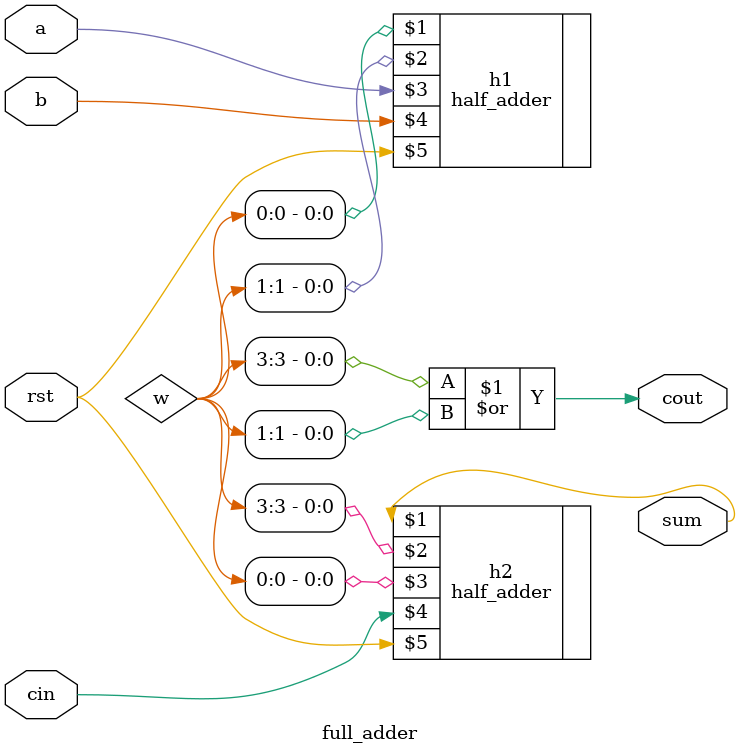
<source format=v>

module full_adder(sum,cout,a,b,cin,rst);
input a, b, cin, rst;
output sum, cout;
wire [3:0] w;
half_adder h1 (w[0], w[1], a, b, rst);
half_adder h2 (sum, w[3], w[0], cin, rst);
or o0 (cout, w[3], w[1]);
endmodule
</source>
